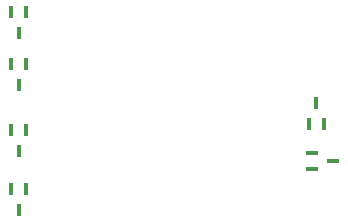
<source format=gtp>
%TF.GenerationSoftware,KiCad,Pcbnew,9.0.0*%
%TF.CreationDate,2025-09-07T15:38:32-04:00*%
%TF.ProjectId,OlfactoryDisplay,4f6c6661-6374-46f7-9279-446973706c61,rev?*%
%TF.SameCoordinates,Original*%
%TF.FileFunction,Paste,Top*%
%TF.FilePolarity,Positive*%
%FSLAX46Y46*%
G04 Gerber Fmt 4.6, Leading zero omitted, Abs format (unit mm)*
G04 Created by KiCad (PCBNEW 9.0.0) date 2025-09-07 15:38:32*
%MOMM*%
%LPD*%
G01*
G04 APERTURE LIST*
%ADD10R,0.457200X1.117600*%
%ADD11R,1.117600X0.457200*%
G04 APERTURE END LIST*
D10*
%TO.C,U2*%
X115200002Y-67000000D03*
X116500000Y-67000000D03*
X115850001Y-65196600D03*
%TD*%
D11*
%TO.C,U1*%
X115500000Y-69500000D03*
X115500000Y-70799998D03*
X117303400Y-70149999D03*
%TD*%
D10*
%TO.C,U3*%
X91299998Y-57500000D03*
X90000000Y-57500000D03*
X90649999Y-59303400D03*
%TD*%
%TO.C,U5*%
X91299998Y-67500000D03*
X90000000Y-67500000D03*
X90649999Y-69303400D03*
%TD*%
%TO.C,U4*%
X91299998Y-61901700D03*
X90000000Y-61901700D03*
X90649999Y-63705100D03*
%TD*%
%TO.C,U6*%
X91299998Y-72500000D03*
X90000000Y-72500000D03*
X90649999Y-74303400D03*
%TD*%
M02*

</source>
